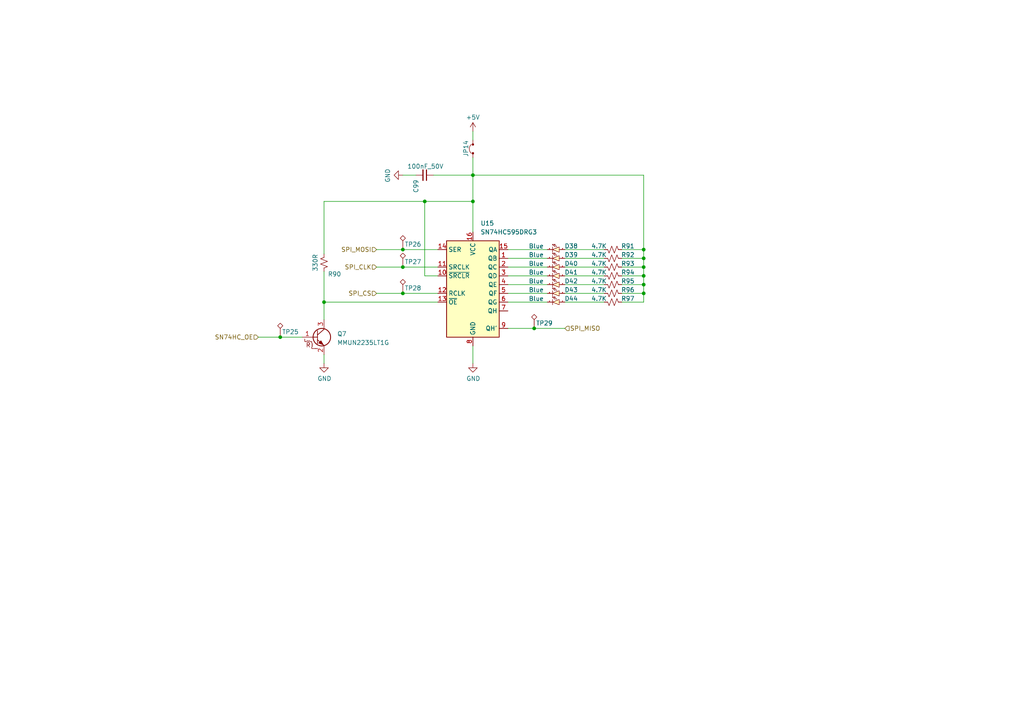
<source format=kicad_sch>
(kicad_sch (version 20231120) (generator "eeschema") (generator_version "8.0")
  (paper "A4")
  (lib_symbols
    (symbol "AKE_Capacitor:Capacitor_UnPolarised" (pin_numbers hide) (pin_names (offset 0.254) hide)
      (property "Reference" "C" (at 0.254 1.778 0))
      (property "Value" "Capacitor_UnPolarised" (at 0 -1.27 0))
      (symbol "Capacitor_UnPolarised_0_1"
        (polyline (pts (xy -1.524 -0.508) (xy 1.524 -0.508)) (stroke (width 0.3302)))
        (polyline (pts (xy -1.524 0.508) (xy 1.524 0.508)) (stroke (width 0.3048)))
      )
      (symbol "Capacitor_UnPolarised_1_1"
        (pin passive line (at 0 2.54 270) (length 2.032) (name "~") (number "1"))
        (pin passive line (at 0 -2.54 90) (length 2.032) (name "~") (number "2"))
      )
    )
    (symbol "AKE_Device:Jumper_Pinheader" (pin_names (offset 0) hide)
      (property "Reference" "JP" (at 0 2.794 0))
      (symbol "Jumper_Pinheader_0_1"
        (arc (start 1.27 0.508) (mid 0 1.0341) (end -1.27 0.508))
      )
      (symbol "Jumper_Pinheader_1_0"
        (circle (center -1.27 0) (radius 0.254) (fill (type outline)))
        (circle (center 1.27 0) (radius 0.254) (fill (type outline)))
      )
      (symbol "Jumper_Pinheader_1_1"
        (pin passive line (at -2.54 0 0) (length 1.27) (name "A") (number "1"))
        (pin passive line (at 2.54 0 180) (length 1.27) (name "B") (number "2"))
      )
    )
    (symbol "AKE_Device:Test_Point" (pin_numbers hide) (pin_names (offset 0.762) hide)
      (property "Reference" "TP" (at 0 6.858 0))
      (property "Value" "Test_Point" (at 0 5.08 0))
      (symbol "Test_Point_0_1"
        (polyline (pts (xy 0 2.54) (xy -0.762 3.302) (xy 0 4.064) (xy 0.762 3.302) (xy 0 2.54)))
      )
      (symbol "Test_Point_1_1"
        (pin passive line (at 0 0 90) (length 2.54) (name "1") (number "1"))
      )
    )
    (symbol "AKE_Diode:Diode_LED" (pin_names (offset 1.016))
      (property "Reference" "D" (at -3.81 2.54 0))
      (property "Value" "Diode_LED" (at -2.54 5.08 0))
      (symbol "Diode_LED_0_1"
        (polyline (pts (xy 1.27 1.27) (xy 1.524 1.27)) (stroke (width 0.1524)))
        (polyline (pts (xy 1.524 2.032) (xy 1.524 0.508)) (stroke (width 0.1524)))
        (polyline (pts (xy 2.286 0.508) (xy 1.524 -0.254)) (stroke (width 0.1524)))
        (polyline (pts (xy 2.794 0.508) (xy 2.032 -0.254)) (stroke (width 0.1524)))
        (polyline (pts (xy 3.81 1.27) (xy 3.429 1.27)) (stroke (width 0.1524)))
        (polyline (pts (xy 1.524 0) (xy 1.524 -0.254) (xy 1.778 -0.254)) (stroke (width 0.1524)))
        (polyline (pts (xy 2.032 0) (xy 2.032 -0.254) (xy 2.286 -0.254)) (stroke (width 0.1524)))
        (polyline (pts (xy 1.524 1.27) (xy 3.429 2.032) (xy 3.429 0.508) (xy 1.524 1.27)) (stroke (width 0.1524)) (fill (type background)))
      )
      (symbol "Diode_LED_1_1"
        (pin passive line (at 0 1.27 0) (length 1.27) (name "~") (number "1"))
        (pin passive line (at 5.08 1.27 180) (length 1.27) (name "~") (number "2"))
      )
    )
    (symbol "AKE_IC:SN74HC595DRG3"
      (property "Reference" "U" (at -7.62 13.97 0))
      (property "Value" "SN74HC595DRG3" (at -7.62 -16.51 0))
      (symbol "SN74HC595DRG3_1_0"
        (pin tri_state line (at 10.16 7.62 180) (length 2.54) (name "QB") (number "1"))
        (pin input line (at -10.16 2.54 0) (length 2.54) (name "~{SRCLR}") (number "10"))
        (pin input line (at -10.16 5.08 0) (length 2.54) (name "SRCLK") (number "11"))
        (pin input line (at -10.16 -2.54 0) (length 2.54) (name "RCLK") (number "12"))
        (pin input line (at -10.16 -5.08 0) (length 2.54) (name "~{OE}") (number "13"))
        (pin input line (at -10.16 10.16 0) (length 2.54) (name "SER") (number "14"))
        (pin tri_state line (at 10.16 10.16 180) (length 2.54) (name "QA") (number "15"))
        (pin power_in line (at 0 15.24 270) (length 2.54) (name "VCC") (number "16"))
        (pin tri_state line (at 10.16 5.08 180) (length 2.54) (name "QC") (number "2"))
        (pin tri_state line (at 10.16 2.54 180) (length 2.54) (name "QD") (number "3"))
        (pin tri_state line (at 10.16 0 180) (length 2.54) (name "QE") (number "4"))
        (pin tri_state line (at 10.16 -2.54 180) (length 2.54) (name "QF") (number "5"))
        (pin tri_state line (at 10.16 -5.08 180) (length 2.54) (name "QG") (number "6"))
        (pin tri_state line (at 10.16 -7.62 180) (length 2.54) (name "QH") (number "7"))
        (pin power_in line (at 0 -17.78 90) (length 2.54) (name "GND") (number "8"))
        (pin output line (at 10.16 -12.7 180) (length 2.54) (name "QH'") (number "9"))
      )
      (symbol "SN74HC595DRG3_1_1"
        (rectangle (start -7.62 12.7) (end 7.62 -15.24) (stroke (width 0.254)) (fill (type background)))
      )
    )
    (symbol "AKE_Power:+5V" (power) (pin_names (offset 0))
      (property "Value" "+5V" (at 0 3.556 0))
      (symbol "+5V_0_1"
        (polyline (pts (xy -0.762 1.27) (xy 0 2.54)))
        (polyline (pts (xy 0 0) (xy 0 2.54)))
        (polyline (pts (xy 0 2.54) (xy 0.762 1.27)))
      )
      (symbol "+5V_1_1"
        (pin power_in line (at 0 0 90) (length 0) hide (name "+5V") (number "1"))
      )
    )
    (symbol "AKE_Power:GND" (power) (pin_names (offset 0))
      (property "Value" "GND" (at 0 -3.81 0))
      (symbol "GND_0_1"
        (polyline (pts (xy 0 0) (xy 0 -1.27) (xy 1.27 -1.27) (xy 0 -2.54) (xy -1.27 -1.27) (xy 0 -1.27)))
      )
      (symbol "GND_1_1"
        (pin power_in line (at 0 0 270) (length 0) hide (name "GND") (number "1"))
      )
    )
    (symbol "AKE_Resistor:Resistor_US" (pin_numbers hide) (pin_names (offset 0.254) hide)
      (property "Reference" "R" (at 0.762 0.508 0))
      (property "Value" "Resistor_US" (at 0.762 -1.016 0))
      (symbol "Resistor_US_1_1"
        (polyline (pts (xy 0 0) (xy 1.016 -0.381) (xy 0 -0.762) (xy -1.016 -1.143) (xy 0 -1.524)))
        (polyline (pts (xy 0 1.524) (xy 1.016 1.143) (xy 0 0.762) (xy -1.016 0.381) (xy 0 0)))
        (pin passive line (at 0 2.54 270) (length 1.016) (name "~") (number "1"))
        (pin passive line (at 0 -2.54 90) (length 1.016) (name "~") (number "2"))
      )
    )
    (symbol "AKE_Transistor:MMUN2235LT1G" (pin_names (offset 1.016))
      (property "Reference" "Q" (at 8.89 3.81 0))
      (property "Value" "MMUN2235LT1G" (at 13.97 1.27 0))
      (symbol "MMUN2235LT1G_0_0"
        (text "R" (at 1.778 2.794 0) (effects (font (size 1.27 1.27))))
      )
      (symbol "MMUN2235LT1G_0_1"
        (polyline (pts (xy 0.762 4.064) (xy 0.762 4.572)))
        (polyline (pts (xy 4.064 1.778) (xy 3.81 1.778)))
        (polyline (pts (xy 4.064 1.778) (xy 4.572 1.778)))
        (polyline (pts (xy 4.445 5.08) (xy 3.175 5.08)) (stroke (width 0.2032)))
        (polyline (pts (xy 4.445 6.985) (xy 4.445 3.175)) (stroke (width 0.2032)))
        (polyline (pts (xy 6.35 2.667) (xy 4.445 4.318)) (stroke (width 0.2032)))
        (polyline (pts (xy 6.35 7.366) (xy 4.445 5.715)) (stroke (width 0.2032)))
        (polyline (pts (xy 1.016 3.81) (xy 0.762 3.81) (xy 0.762 4.064)))
        (polyline (pts (xy 4.826 3.3782) (xy 5.461 4.0132) (xy 6.096 2.8702) (xy 4.826 3.3782)) (stroke (width 0.2032)) (fill (type outline)))
        (polyline (pts (xy 1.016 3.81) (xy 1.27 3.81) (xy 1.524 4.064) (xy 1.778 3.81) (xy 2.032 4.064) (xy 2.286 3.81) (xy 2.54 3.81) (xy 2.794 3.81) (xy 2.794 3.302) (xy 3.048 3.048) (xy 2.794 2.794) (xy 3.048 2.54) (xy 2.794 2.286) (xy 2.794 1.778) (xy 3.81 1.778)))
        (circle (center 5.715 5.08) (radius 2.54) (stroke (width 0.254)))
      )
      (symbol "MMUN2235LT1G_1_1"
        (pin input line (at 0 5.08 0) (length 3.048) (name "~") (number "1"))
        (pin input line (at 6.35 0 90) (length 2.54) (name "~") (number "2"))
        (pin input line (at 6.35 10.16 270) (length 2.54) (name "~") (number "3"))
      )
    )
  )
  (junction (at 123.19 58.42))
  (junction (at 186.69 74.93))
  (junction (at 186.69 72.39))
  (junction (at 186.69 82.55))
  (junction (at 186.69 77.47))
  (junction (at 137.16 50.8))
  (junction (at 93.98 87.63))
  (junction (at 137.16 58.42))
  (junction (at 116.84 72.39))
  (junction (at 186.69 80.01))
  (junction (at 81.28 97.79))
  (junction (at 154.94 95.25))
  (junction (at 186.69 85.09))
  (junction (at 116.84 85.09))
  (junction (at 116.84 77.47))
  (wire (pts (xy 175.26 87.63) (xy 163.83 87.63)))
  (wire (pts (xy 175.26 77.47) (xy 163.83 77.47)))
  (wire (pts (xy 186.69 80.01) (xy 180.34 80.01)))
  (wire (pts (xy 123.19 58.42) (xy 123.19 80.01)))
  (wire (pts (xy 186.69 77.47) (xy 186.69 80.01)))
  (wire (pts (xy 147.32 82.55) (xy 158.75 82.55)))
  (wire (pts (xy 186.69 85.09) (xy 186.69 87.63)))
  (wire (pts (xy 120.65 50.8) (xy 116.84 50.8)))
  (wire (pts (xy 186.69 80.01) (xy 186.69 82.55)))
  (wire (pts (xy 147.32 72.39) (xy 158.75 72.39)))
  (wire (pts (xy 186.69 50.8) (xy 137.16 50.8)))
  (wire (pts (xy 74.93 97.79) (xy 81.28 97.79)))
  (wire (pts (xy 186.69 72.39) (xy 180.34 72.39)))
  (wire (pts (xy 175.26 72.39) (xy 163.83 72.39)))
  (wire (pts (xy 81.28 97.79) (xy 87.63 97.79)))
  (wire (pts (xy 147.32 80.01) (xy 158.75 80.01)))
  (wire (pts (xy 127 80.01) (xy 123.19 80.01)))
  (wire (pts (xy 137.16 50.8) (xy 137.16 58.42)))
  (wire (pts (xy 116.84 85.09) (xy 127 85.09)))
  (wire (pts (xy 109.22 77.47) (xy 116.84 77.47)))
  (wire (pts (xy 175.26 74.93) (xy 163.83 74.93)))
  (wire (pts (xy 137.16 38.1) (xy 137.16 40.64)))
  (wire (pts (xy 93.98 58.42) (xy 123.19 58.42)))
  (wire (pts (xy 186.69 50.8) (xy 186.69 72.39)))
  (wire (pts (xy 186.69 82.55) (xy 186.69 85.09)))
  (wire (pts (xy 93.98 105.41) (xy 93.98 102.87)))
  (wire (pts (xy 116.84 77.47) (xy 127 77.47)))
  (wire (pts (xy 147.32 95.25) (xy 154.94 95.25)))
  (wire (pts (xy 186.69 74.93) (xy 180.34 74.93)))
  (wire (pts (xy 137.16 58.42) (xy 137.16 67.31)))
  (wire (pts (xy 109.22 85.09) (xy 116.84 85.09)))
  (wire (pts (xy 93.98 87.63) (xy 93.98 92.71)))
  (wire (pts (xy 125.73 50.8) (xy 137.16 50.8)))
  (wire (pts (xy 127 87.63) (xy 93.98 87.63)))
  (wire (pts (xy 116.84 72.39) (xy 127 72.39)))
  (wire (pts (xy 137.16 105.41) (xy 137.16 100.33)))
  (wire (pts (xy 186.69 74.93) (xy 186.69 77.47)))
  (wire (pts (xy 147.32 85.09) (xy 158.75 85.09)))
  (wire (pts (xy 186.69 82.55) (xy 180.34 82.55)))
  (wire (pts (xy 175.26 82.55) (xy 163.83 82.55)))
  (wire (pts (xy 175.26 80.01) (xy 163.83 80.01)))
  (wire (pts (xy 93.98 73.66) (xy 93.98 58.42)))
  (wire (pts (xy 154.94 95.25) (xy 163.83 95.25)))
  (wire (pts (xy 147.32 74.93) (xy 158.75 74.93)))
  (wire (pts (xy 137.16 45.72) (xy 137.16 50.8)))
  (wire (pts (xy 186.69 87.63) (xy 180.34 87.63)))
  (wire (pts (xy 123.19 58.42) (xy 137.16 58.42)))
  (wire (pts (xy 186.69 77.47) (xy 180.34 77.47)))
  (wire (pts (xy 186.69 72.39) (xy 186.69 74.93)))
  (wire (pts (xy 175.26 85.09) (xy 163.83 85.09)))
  (wire (pts (xy 186.69 85.09) (xy 180.34 85.09)))
  (wire (pts (xy 93.98 78.74) (xy 93.98 87.63)))
  (wire (pts (xy 109.22 72.39) (xy 116.84 72.39)))
  (wire (pts (xy 147.32 87.63) (xy 158.75 87.63)))
  (wire (pts (xy 147.32 77.47) (xy 158.75 77.47)))
  (hierarchical_label "SN74HC_OE" (shape input) (at 74.93 97.79 180))
  (hierarchical_label "SPI_CS" (shape input) (at 109.22 85.09 180))
  (hierarchical_label "SPI_MOSI" (shape input) (at 109.22 72.39 180))
  (hierarchical_label "SPI_MISO" (shape input) (at 163.83 95.25 0))
  (hierarchical_label "SPI_CLK" (shape input) (at 109.22 77.47 180))
  (symbol (lib_id "AKE_Power:GND") (at 116.84 50.8 270) (unit 1)
    (property "Reference" "#PWR0141" (effects (hide yes)))
    (property "Value" "GND" (at 112.4458 50.927 0))
  )
  (symbol (lib_id "AKE_Diode:Diode_LED") (at 158.75 78.74 0) (mirror x) (unit 1)
    (property "Reference" "D41" (at 167.64 78.994 0) (effects (justify right)))
    (property "Value" "Blue" (at 157.734 78.994 0) (effects (justify right)))
    (property "Footprint" "AKE_Led_SMD:LED_0805" (effects (hide yes)))
    (property "MFG P/N" "*" (effects (hide yes)))
  )
  (symbol (lib_id "AKE_Resistor:Resistor_US") (at 177.8 77.47 90) (mirror x) (unit 1)
    (property "Reference" "R93" (at 182.118 76.454 90))
    (property "Value" "4.7K" (at 173.736 76.454 90))
    (property "Footprint" "AKE_Resistor_SMD:RES_0603" (effects (hide yes)))
    (property "MFG P/N" "*" (effects (hide yes)))
  )
  (symbol (lib_id "AKE_Power:+5V") (at 137.16 38.1 0) (unit 1)
    (property "Reference" "#PWR0142" (effects (hide yes)))
    (property "Value" "+5V" (at 137.16 34.036 0))
    (property "Description" "Power symbol creates a global label with name \"+5V\"" (effects (hide yes)))
  )
  (symbol (lib_id "AKE_Power:GND") (at 93.98 105.41 0) (unit 1)
    (property "Reference" "#PWR0140" (effects (hide yes)))
    (property "Value" "GND" (at 94.107 109.8042 0))
  )
  (symbol (lib_id "AKE_Device:Test_Point") (at 116.84 77.47 0) (unit 1)
    (property "Reference" "TP27" (at 117.348 75.946 0) (effects (justify left)))
    (property "Value" "Test_Point" (effects (hide yes)))
    (property "Footprint" "AKE_PCB:TEST_POINT" (effects (hide yes)))
    (property "Description" "test point (alternative shape)" (effects (hide yes)))
  )
  (symbol (lib_id "AKE_Device:Test_Point") (at 116.84 72.39 0) (unit 1)
    (property "Reference" "TP26" (at 117.348 70.866 0) (effects (justify left)))
    (property "Value" "Test_Point" (effects (hide yes)))
    (property "Footprint" "AKE_PCB:TEST_POINT" (effects (hide yes)))
    (property "Description" "test point (alternative shape)" (effects (hide yes)))
  )
  (symbol (lib_id "AKE_Resistor:Resistor_US") (at 177.8 87.63 90) (mirror x) (unit 1)
    (property "Reference" "R97" (at 182.118 86.614 90))
    (property "Value" "4.7K" (at 173.736 86.614 90))
    (property "Footprint" "AKE_Resistor_SMD:RES_0603" (effects (hide yes)))
    (property "MFG P/N" "*" (effects (hide yes)))
  )
  (symbol (lib_id "AKE_Resistor:Resistor_US") (at 177.8 72.39 90) (mirror x) (unit 1)
    (property "Reference" "R91" (at 182.118 71.374 90))
    (property "Value" "4.7K" (at 173.736 71.374 90))
    (property "Footprint" "AKE_Resistor_SMD:RES_0603" (effects (hide yes)))
    (property "MFG P/N" "*" (effects (hide yes)))
  )
  (symbol (lib_id "AKE_Resistor:Resistor_US") (at 177.8 85.09 90) (mirror x) (unit 1)
    (property "Reference" "R96" (at 182.118 84.074 90))
    (property "Value" "4.7K" (at 173.736 84.074 90))
    (property "Footprint" "AKE_Resistor_SMD:RES_0603" (effects (hide yes)))
    (property "MFG P/N" "*" (effects (hide yes)))
  )
  (symbol (lib_id "AKE_Device:Test_Point") (at 154.94 95.25 0) (unit 1)
    (property "Reference" "TP29" (at 155.448 93.726 0) (effects (justify left)))
    (property "Value" "Test_Point" (effects (hide yes)))
    (property "Footprint" "AKE_PCB:TEST_POINT" (effects (hide yes)))
    (property "Description" "test point (alternative shape)" (effects (hide yes)))
  )
  (symbol (lib_id "AKE_Diode:Diode_LED") (at 158.75 86.36 0) (mirror x) (unit 1)
    (property "Reference" "D44" (at 167.64 86.614 0) (effects (justify right)))
    (property "Value" "Blue" (at 157.734 86.614 0) (effects (justify right)))
    (property "Footprint" "AKE_Led_SMD:LED_0805" (effects (hide yes)))
    (property "MFG P/N" "*" (effects (hide yes)))
  )
  (symbol (lib_id "AKE_Power:GND") (at 137.16 105.41 0) (unit 1)
    (property "Reference" "#PWR0143" (effects (hide yes)))
    (property "Value" "GND" (at 137.287 109.8042 0))
  )
  (symbol (lib_id "AKE_Resistor:Resistor_US") (at 93.98 76.2 0) (mirror y) (unit 1)
    (property "Reference" "R90" (at 97.028 79.502 0))
    (property "Value" "330R" (at 91.44 76.2 90))
    (property "Footprint" "AKE_Resistor_SMD:RES_0603" (effects (hide yes)))
    (property "MFG P/N" "*" (effects (hide yes)))
  )
  (symbol (lib_id "AKE_Resistor:Resistor_US") (at 177.8 82.55 90) (mirror x) (unit 1)
    (property "Reference" "R95" (at 182.118 81.534 90))
    (property "Value" "4.7K" (at 173.736 81.534 90))
    (property "Footprint" "AKE_Resistor_SMD:RES_0603" (effects (hide yes)))
    (property "MFG P/N" "*" (effects (hide yes)))
  )
  (symbol (lib_id "AKE_Transistor:MMUN2235LT1G") (at 87.63 102.87 0) (unit 1)
    (property "Reference" "Q7" (at 97.79 96.8402 0) (effects (justify left)))
    (property "Value" "MMUN2235LT1G" (at 97.79 99.3802 0) (effects (justify left)))
    (property "Footprint" "AKE_Transistor_SMD:SOT-23" (effects (hide yes)))
    (property "Datasheet" "https://www.onsemi.com/pub/Collateral/DTC123J-D.PDF" (effects (hide yes)))
    (property "Description" "Pre-Biased Bipolar Transistor (BJT) NPN - Pre-Biased 50V 100mA  246mW Surface Mount SOT-23-3 (TO-236)" (effects (hide yes)))
    (property "MFG P/N" "MMUN2235LT1G" (effects (hide yes)))
  )
  (symbol (lib_id "AKE_Diode:Diode_LED") (at 158.75 71.12 0) (mirror x) (unit 1)
    (property "Reference" "D38" (at 167.64 71.374 0) (effects (justify right)))
    (property "Value" "Blue" (at 157.734 71.374 0) (effects (justify right)))
    (property "Footprint" "AKE_Led_SMD:LED_0805" (effects (hide yes)))
    (property "MFG P/N" "*" (effects (hide yes)))
  )
  (symbol (lib_id "AKE_Diode:Diode_LED") (at 158.75 76.2 0) (mirror x) (unit 1)
    (property "Reference" "D40" (at 167.64 76.454 0) (effects (justify right)))
    (property "Value" "Blue" (at 157.734 76.454 0) (effects (justify right)))
    (property "Footprint" "AKE_Led_SMD:LED_0805" (effects (hide yes)))
    (property "MFG P/N" "*" (effects (hide yes)))
  )
  (symbol (lib_id "AKE_Resistor:Resistor_US") (at 177.8 80.01 90) (mirror x) (unit 1)
    (property "Reference" "R94" (at 182.118 78.994 90))
    (property "Value" "4.7K" (at 173.736 78.994 90))
    (property "Footprint" "AKE_Resistor_SMD:RES_0603" (effects (hide yes)))
    (property "MFG P/N" "*" (effects (hide yes)))
  )
  (symbol (lib_id "AKE_Diode:Diode_LED") (at 158.75 73.66 0) (mirror x) (unit 1)
    (property "Reference" "D39" (at 167.64 73.914 0) (effects (justify right)))
    (property "Value" "Blue" (at 157.734 73.914 0) (effects (justify right)))
    (property "Footprint" "AKE_Led_SMD:LED_0805" (effects (hide yes)))
    (property "MFG P/N" "*" (effects (hide yes)))
  )
  (symbol (lib_id "AKE_Diode:Diode_LED") (at 158.75 83.82 0) (mirror x) (unit 1)
    (property "Reference" "D43" (at 167.64 84.074 0) (effects (justify right)))
    (property "Value" "Blue" (at 157.734 84.074 0) (effects (justify right)))
    (property "Footprint" "AKE_Led_SMD:LED_0805" (effects (hide yes)))
    (property "MFG P/N" "*" (effects (hide yes)))
  )
  (symbol (lib_id "AKE_Device:Test_Point") (at 116.84 85.09 0) (unit 1)
    (property "Reference" "TP28" (at 117.348 83.566 0) (effects (justify left)))
    (property "Value" "Test_Point" (effects (hide yes)))
    (property "Footprint" "AKE_PCB:TEST_POINT" (effects (hide yes)))
    (property "Description" "test point (alternative shape)" (effects (hide yes)))
  )
  (symbol (lib_id "AKE_Diode:Diode_LED") (at 158.75 81.28 0) (mirror x) (unit 1)
    (property "Reference" "D42" (at 167.64 81.534 0) (effects (justify right)))
    (property "Value" "Blue" (at 157.734 81.534 0) (effects (justify right)))
    (property "Footprint" "AKE_Led_SMD:LED_0805" (effects (hide yes)))
    (property "MFG P/N" "*" (effects (hide yes)))
  )
  (symbol (lib_id "AKE_Device:Jumper_Pinheader") (at 137.16 43.18 90) (unit 1)
    (property "Reference" "JP14" (at 135.128 40.64 0) (effects (justify right)))
    (property "Value" "Jumper_Pinheader" (effects (hide yes)))
    (property "Footprint" "AKE_Pinheader_TH:PinHeader_1x02_P2.54mm_Vertical" (effects (hide yes)))
    (property "Description" "Jumper, 2-pole, open" (effects (hide yes)))
    (property "MFG P/N" "*" (effects (hide yes)))
  )
  (symbol (lib_id "AKE_IC:SN74HC595DRG3") (at 137.16 82.55 0) (unit 1)
    (property "Reference" "U15" (at 139.3541 64.77 0) (effects (justify left)))
    (property "Value" "SN74HC595DRG3" (at 139.3541 67.31 0) (effects (justify left)))
    (property "Footprint" "AKE_IC_SMD:SOIC-16_3.9x9.9mm_P1.27mm" (effects (hide yes)))
    (property "Datasheet" "http://www.ti.com/lit/ds/symlink/sn74hc595.pdf" (effects (hide yes)))
    (property "Description" "8-bit serial in/out Shift Register 3-State Outputs" (effects (hide yes)))
    (property "MFG P/N" "SN74HC595DRG3" (effects (hide yes)))
  )
  (symbol (lib_id "AKE_Resistor:Resistor_US") (at 177.8 74.93 90) (mirror x) (unit 1)
    (property "Reference" "R92" (at 182.118 73.914 90))
    (property "Value" "4.7K" (at 173.736 73.914 90))
    (property "Footprint" "AKE_Resistor_SMD:RES_0603" (effects (hide yes)))
    (property "MFG P/N" "*" (effects (hide yes)))
  )
  (symbol (lib_id "AKE_Device:Test_Point") (at 81.28 97.79 0) (unit 1)
    (property "Reference" "TP25" (at 81.788 96.266 0) (effects (justify left)))
    (property "Value" "Test_Point" (effects (hide yes)))
    (property "Footprint" "AKE_PCB:TEST_POINT" (effects (hide yes)))
    (property "Description" "test point (alternative shape)" (effects (hide yes)))
  )
  (symbol (lib_id "AKE_Capacitor:Capacitor_UnPolarised") (at 123.19 50.8 270) (unit 1)
    (property "Reference" "C99" (at 120.65 52.07 0) (effects (justify left)))
    (property "Value" "100nF_50V" (at 118.11 48.26 90) (effects (justify left)))
    (property "Footprint" "AKE_Capacitor_SMD:CAP_0603" (effects (hide yes)))
    (property "MFG P/N" "*" (effects (hide yes)))
  )
)
</source>
